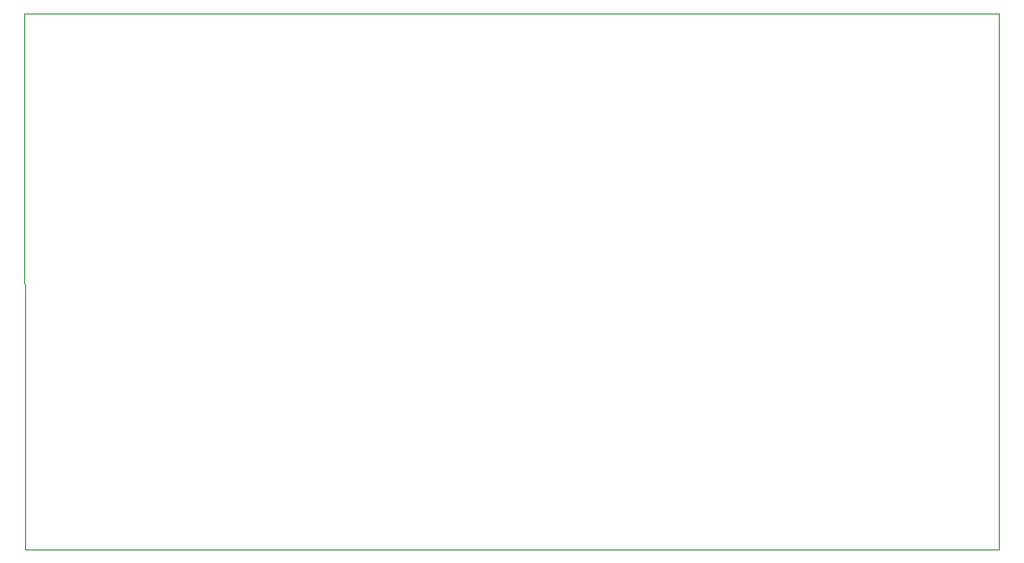
<source format=gbr>
%TF.GenerationSoftware,KiCad,Pcbnew,5.99.0-unknown-a61ea1f~102~ubuntu18.04.1*%
%TF.CreationDate,2020-07-28T16:03:15+02:00*%
%TF.ProjectId,switch,73776974-6368-42e6-9b69-6361645f7063,rev?*%
%TF.SameCoordinates,Original*%
%TF.FileFunction,Profile,NP*%
%FSLAX46Y46*%
G04 Gerber Fmt 4.6, Leading zero omitted, Abs format (unit mm)*
G04 Created by KiCad (PCBNEW 5.99.0-unknown-a61ea1f~102~ubuntu18.04.1) date 2020-07-28 16:03:15*
%MOMM*%
%LPD*%
G01*
G04 APERTURE LIST*
%TA.AperFunction,Profile*%
%ADD10C,0.050000*%
%TD*%
G04 APERTURE END LIST*
D10*
X179705000Y-115443000D02*
X179705000Y-68580000D01*
X94551500Y-115443000D02*
X179705000Y-115443000D01*
X94538800Y-68580000D02*
X94551500Y-115443000D01*
X179705000Y-68580000D02*
X94538800Y-68580000D01*
M02*

</source>
